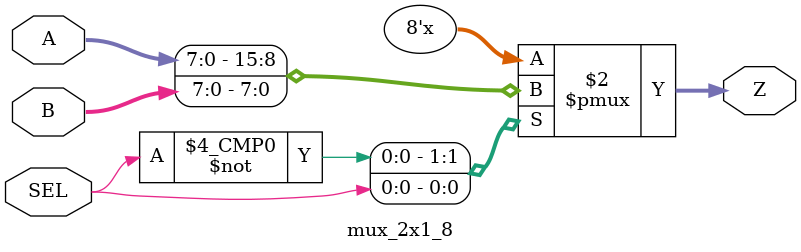
<source format=sv>

module mux_2x1_8 (output reg [7:0] Z,
                  input [7:0] A, B, 
                  input SEL);
  always @ (A, B, SEL)
    case (SEL)
      0: Z <= A; // if sel is 0 select A input
      1: Z <= B; // if sel is 1 select B input
      default: Z <= 8'b00000000; //default case to prevent latch being instantiated
    endcase
endmodule
</source>
